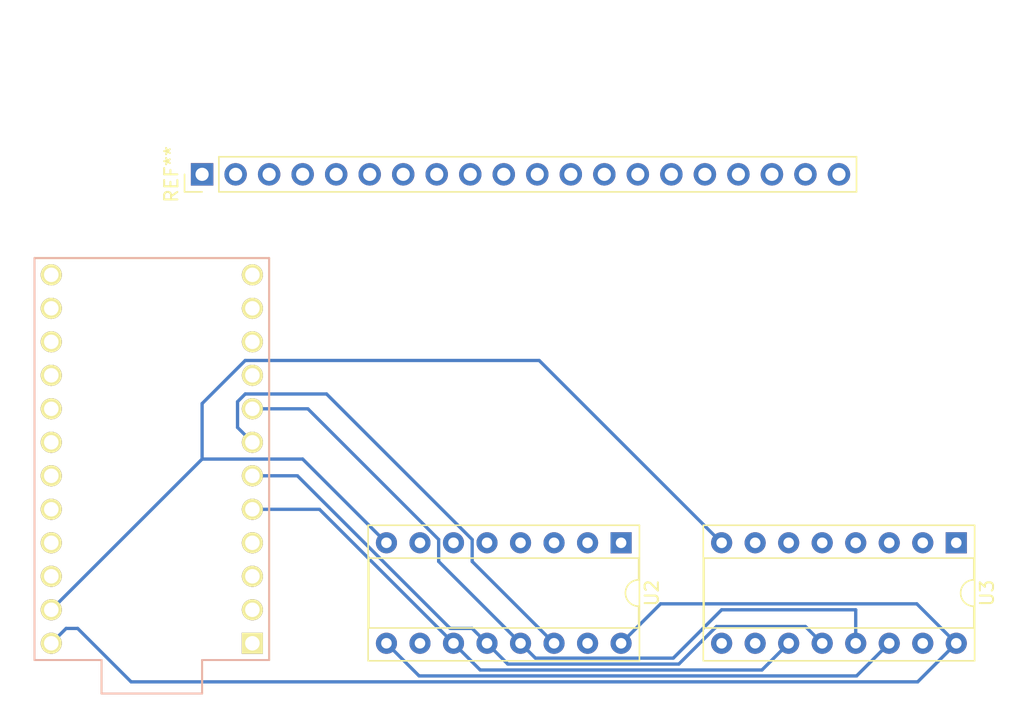
<source format=kicad_pcb>
(kicad_pcb (version 20171130) (host pcbnew "(5.1.9)-1")

  (general
    (thickness 1.6)
    (drawings 4)
    (tracks 48)
    (zones 0)
    (modules 4)
    (nets 45)
  )

  (page A4)
  (layers
    (0 F.Cu signal)
    (31 B.Cu signal)
    (32 B.Adhes user)
    (33 F.Adhes user)
    (34 B.Paste user)
    (35 F.Paste user)
    (36 B.SilkS user)
    (37 F.SilkS user)
    (38 B.Mask user)
    (39 F.Mask user)
    (40 Dwgs.User user)
    (41 Cmts.User user)
    (42 Eco1.User user)
    (43 Eco2.User user)
    (44 Edge.Cuts user)
    (45 Margin user)
    (46 B.CrtYd user)
    (47 F.CrtYd user)
    (48 B.Fab user)
    (49 F.Fab user)
  )

  (setup
    (last_trace_width 0.25)
    (trace_clearance 0.2)
    (zone_clearance 0.508)
    (zone_45_only no)
    (trace_min 0.2)
    (via_size 0.8)
    (via_drill 0.4)
    (via_min_size 0.4)
    (via_min_drill 0.3)
    (uvia_size 0.3)
    (uvia_drill 0.1)
    (uvias_allowed no)
    (uvia_min_size 0.2)
    (uvia_min_drill 0.1)
    (edge_width 0.05)
    (segment_width 0.2)
    (pcb_text_width 0.3)
    (pcb_text_size 1.5 1.5)
    (mod_edge_width 0.12)
    (mod_text_size 1 1)
    (mod_text_width 0.15)
    (pad_size 1.524 1.524)
    (pad_drill 0.762)
    (pad_to_mask_clearance 0)
    (aux_axis_origin 0 0)
    (visible_elements FFFFFF7F)
    (pcbplotparams
      (layerselection 0x010fc_ffffffff)
      (usegerberextensions false)
      (usegerberattributes true)
      (usegerberadvancedattributes true)
      (creategerberjobfile true)
      (excludeedgelayer true)
      (linewidth 0.100000)
      (plotframeref false)
      (viasonmask false)
      (mode 1)
      (useauxorigin false)
      (hpglpennumber 1)
      (hpglpenspeed 20)
      (hpglpendiameter 15.000000)
      (psnegative false)
      (psa4output false)
      (plotreference true)
      (plotvalue true)
      (plotinvisibletext false)
      (padsonsilk false)
      (subtractmaskfromsilk false)
      (outputformat 1)
      (mirror false)
      (drillshape 1)
      (scaleselection 1)
      (outputdirectory ""))
  )

  (net 0 "")
  (net 1 "Net-(D1-Pad4)")
  (net 2 "Net-(D1-Pad3)")
  (net 3 "Net-(D1-Pad2)")
  (net 4 "Net-(D1-Pad1)")
  (net 5 "Net-(D2-Pad3)")
  (net 6 "Net-(D2-Pad2)")
  (net 7 "Net-(D2-Pad1)")
  (net 8 "Net-(D3-Pad3)")
  (net 9 "Net-(D3-Pad2)")
  (net 10 "Net-(D3-Pad1)")
  (net 11 "Net-(D4-Pad3)")
  (net 12 "Net-(D4-Pad2)")
  (net 13 "Net-(D4-Pad1)")
  (net 14 "Net-(D5-Pad3)")
  (net 15 "Net-(D5-Pad2)")
  (net 16 "Net-(D5-Pad1)")
  (net 17 "Net-(U1-Pad24)")
  (net 18 "Net-(U1-Pad22)")
  (net 19 "Net-(U1-Pad21)")
  (net 20 "Net-(U1-Pad20)")
  (net 21 "Net-(U1-Pad19)")
  (net 22 "Net-(U1-Pad18)")
  (net 23 "Net-(U1-Pad17)")
  (net 24 "Net-(U1-Pad16)")
  (net 25 "Net-(U1-Pad15)")
  (net 26 "Net-(U1-Pad14)")
  (net 27 "Net-(U1-Pad13)")
  (net 28 "Net-(U1-Pad12)")
  (net 29 "Net-(U1-Pad11)")
  (net 30 "Net-(U1-Pad10)")
  (net 31 "Net-(U1-Pad9)")
  (net 32 "Net-(U1-Pad8)")
  (net 33 "Net-(U1-Pad7)")
  (net 34 "Net-(U1-Pad6)")
  (net 35 "Net-(U1-Pad5)")
  (net 36 "Net-(U1-Pad4)")
  (net 37 "Net-(U1-Pad3)")
  (net 38 "Net-(U1-Pad2)")
  (net 39 "Net-(U1-Pad1)")
  (net 40 "Net-(U2-Pad10)")
  (net 41 "Net-(U2-Pad9)")
  (net 42 "Net-(U3-Pad7)")
  (net 43 "Net-(U3-Pad10)")
  (net 44 "Net-(U3-Pad9)")

  (net_class Default "This is the default net class."
    (clearance 0.2)
    (trace_width 0.25)
    (via_dia 0.8)
    (via_drill 0.4)
    (uvia_dia 0.3)
    (uvia_drill 0.1)
    (add_net "Net-(D1-Pad1)")
    (add_net "Net-(D1-Pad2)")
    (add_net "Net-(D1-Pad3)")
    (add_net "Net-(D1-Pad4)")
    (add_net "Net-(D2-Pad1)")
    (add_net "Net-(D2-Pad2)")
    (add_net "Net-(D2-Pad3)")
    (add_net "Net-(D3-Pad1)")
    (add_net "Net-(D3-Pad2)")
    (add_net "Net-(D3-Pad3)")
    (add_net "Net-(D4-Pad1)")
    (add_net "Net-(D4-Pad2)")
    (add_net "Net-(D4-Pad3)")
    (add_net "Net-(D5-Pad1)")
    (add_net "Net-(D5-Pad2)")
    (add_net "Net-(D5-Pad3)")
    (add_net "Net-(U1-Pad1)")
    (add_net "Net-(U1-Pad10)")
    (add_net "Net-(U1-Pad11)")
    (add_net "Net-(U1-Pad12)")
    (add_net "Net-(U1-Pad13)")
    (add_net "Net-(U1-Pad14)")
    (add_net "Net-(U1-Pad15)")
    (add_net "Net-(U1-Pad16)")
    (add_net "Net-(U1-Pad17)")
    (add_net "Net-(U1-Pad18)")
    (add_net "Net-(U1-Pad19)")
    (add_net "Net-(U1-Pad2)")
    (add_net "Net-(U1-Pad20)")
    (add_net "Net-(U1-Pad21)")
    (add_net "Net-(U1-Pad22)")
    (add_net "Net-(U1-Pad24)")
    (add_net "Net-(U1-Pad3)")
    (add_net "Net-(U1-Pad4)")
    (add_net "Net-(U1-Pad5)")
    (add_net "Net-(U1-Pad6)")
    (add_net "Net-(U1-Pad7)")
    (add_net "Net-(U1-Pad8)")
    (add_net "Net-(U1-Pad9)")
    (add_net "Net-(U2-Pad10)")
    (add_net "Net-(U2-Pad9)")
    (add_net "Net-(U3-Pad10)")
    (add_net "Net-(U3-Pad7)")
    (add_net "Net-(U3-Pad9)")
  )

  (module Connector_PinHeader_2.54mm:PinHeader_1x20_P2.54mm_Vertical (layer F.Cu) (tedit 59FED5CC) (tstamp 6034AB6E)
    (at 58.42 69.85 90)
    (descr "Through hole straight pin header, 1x20, 2.54mm pitch, single row")
    (tags "Through hole pin header THT 1x20 2.54mm single row")
    (fp_text reference REF** (at 0 -2.33 90) (layer F.SilkS)
      (effects (font (size 1 1) (thickness 0.15)))
    )
    (fp_text value PinHeader_1x20_P2.54mm_Vertical (at 0 50.59 90) (layer F.Fab)
      (effects (font (size 1 1) (thickness 0.15)))
    )
    (fp_text user %R (at 0 24.13) (layer F.Fab)
      (effects (font (size 1 1) (thickness 0.15)))
    )
    (fp_line (start -0.635 -1.27) (end 1.27 -1.27) (layer F.Fab) (width 0.1))
    (fp_line (start 1.27 -1.27) (end 1.27 49.53) (layer F.Fab) (width 0.1))
    (fp_line (start 1.27 49.53) (end -1.27 49.53) (layer F.Fab) (width 0.1))
    (fp_line (start -1.27 49.53) (end -1.27 -0.635) (layer F.Fab) (width 0.1))
    (fp_line (start -1.27 -0.635) (end -0.635 -1.27) (layer F.Fab) (width 0.1))
    (fp_line (start -1.33 49.59) (end 1.33 49.59) (layer F.SilkS) (width 0.12))
    (fp_line (start -1.33 1.27) (end -1.33 49.59) (layer F.SilkS) (width 0.12))
    (fp_line (start 1.33 1.27) (end 1.33 49.59) (layer F.SilkS) (width 0.12))
    (fp_line (start -1.33 1.27) (end 1.33 1.27) (layer F.SilkS) (width 0.12))
    (fp_line (start -1.33 0) (end -1.33 -1.33) (layer F.SilkS) (width 0.12))
    (fp_line (start -1.33 -1.33) (end 0 -1.33) (layer F.SilkS) (width 0.12))
    (fp_line (start -1.8 -1.8) (end -1.8 50.05) (layer F.CrtYd) (width 0.05))
    (fp_line (start -1.8 50.05) (end 1.8 50.05) (layer F.CrtYd) (width 0.05))
    (fp_line (start 1.8 50.05) (end 1.8 -1.8) (layer F.CrtYd) (width 0.05))
    (fp_line (start 1.8 -1.8) (end -1.8 -1.8) (layer F.CrtYd) (width 0.05))
    (pad 20 thru_hole oval (at 0 48.26 90) (size 1.7 1.7) (drill 1) (layers *.Cu *.Mask))
    (pad 19 thru_hole oval (at 0 45.72 90) (size 1.7 1.7) (drill 1) (layers *.Cu *.Mask))
    (pad 18 thru_hole oval (at 0 43.18 90) (size 1.7 1.7) (drill 1) (layers *.Cu *.Mask))
    (pad 17 thru_hole oval (at 0 40.64 90) (size 1.7 1.7) (drill 1) (layers *.Cu *.Mask))
    (pad 16 thru_hole oval (at 0 38.1 90) (size 1.7 1.7) (drill 1) (layers *.Cu *.Mask))
    (pad 15 thru_hole oval (at 0 35.56 90) (size 1.7 1.7) (drill 1) (layers *.Cu *.Mask))
    (pad 14 thru_hole oval (at 0 33.02 90) (size 1.7 1.7) (drill 1) (layers *.Cu *.Mask))
    (pad 13 thru_hole oval (at 0 30.48 90) (size 1.7 1.7) (drill 1) (layers *.Cu *.Mask))
    (pad 12 thru_hole oval (at 0 27.94 90) (size 1.7 1.7) (drill 1) (layers *.Cu *.Mask))
    (pad 11 thru_hole oval (at 0 25.4 90) (size 1.7 1.7) (drill 1) (layers *.Cu *.Mask))
    (pad 10 thru_hole oval (at 0 22.86 90) (size 1.7 1.7) (drill 1) (layers *.Cu *.Mask))
    (pad 9 thru_hole oval (at 0 20.32 90) (size 1.7 1.7) (drill 1) (layers *.Cu *.Mask))
    (pad 8 thru_hole oval (at 0 17.78 90) (size 1.7 1.7) (drill 1) (layers *.Cu *.Mask))
    (pad 7 thru_hole oval (at 0 15.24 90) (size 1.7 1.7) (drill 1) (layers *.Cu *.Mask))
    (pad 6 thru_hole oval (at 0 12.7 90) (size 1.7 1.7) (drill 1) (layers *.Cu *.Mask))
    (pad 5 thru_hole oval (at 0 10.16 90) (size 1.7 1.7) (drill 1) (layers *.Cu *.Mask))
    (pad 4 thru_hole oval (at 0 7.62 90) (size 1.7 1.7) (drill 1) (layers *.Cu *.Mask))
    (pad 3 thru_hole oval (at 0 5.08 90) (size 1.7 1.7) (drill 1) (layers *.Cu *.Mask))
    (pad 2 thru_hole oval (at 0 2.54 90) (size 1.7 1.7) (drill 1) (layers *.Cu *.Mask))
    (pad 1 thru_hole rect (at 0 0 90) (size 1.7 1.7) (drill 1) (layers *.Cu *.Mask))
    (model ${KISYS3DMOD}/Connector_PinHeader_2.54mm.3dshapes/PinHeader_1x20_P2.54mm_Vertical.wrl
      (at (xyz 0 0 0))
      (scale (xyz 1 1 1))
      (rotate (xyz 0 0 0))
    )
  )

  (module ProMicro:ProMicro (layer F.Cu) (tedit 5A06A962) (tstamp 603445C8)
    (at 54.61 91.44 90)
    (descr "Pro Micro footprint")
    (tags "promicro ProMicro")
    (path /6033E599)
    (fp_text reference U1 (at 0 -10.16 90) (layer F.SilkS) hide
      (effects (font (size 1 1) (thickness 0.15)))
    )
    (fp_text value ProMicro (at 0 10.16 90) (layer F.Fab)
      (effects (font (size 1 1) (thickness 0.15)))
    )
    (fp_line (start 15.24 -8.89) (end 15.24 8.89) (layer B.SilkS) (width 0.15))
    (fp_line (start 15.24 8.89) (end -15.24 8.89) (layer B.SilkS) (width 0.15))
    (fp_line (start -15.24 8.89) (end -15.24 3.81) (layer B.SilkS) (width 0.15))
    (fp_line (start -15.24 3.81) (end -17.78 3.81) (layer B.SilkS) (width 0.15))
    (fp_line (start -17.78 3.81) (end -17.78 -3.81) (layer B.SilkS) (width 0.15))
    (fp_line (start -17.78 -3.81) (end -15.24 -3.81) (layer B.SilkS) (width 0.15))
    (fp_line (start -15.24 -3.81) (end -15.24 -8.89) (layer B.SilkS) (width 0.15))
    (fp_line (start -15.24 -8.89) (end 15.24 -8.89) (layer B.SilkS) (width 0.15))
    (fp_line (start -15.24 8.89) (end 15.24 8.89) (layer F.SilkS) (width 0.15))
    (fp_line (start -15.24 8.89) (end -15.24 3.81) (layer F.SilkS) (width 0.15))
    (fp_line (start -15.24 3.81) (end -17.78 3.81) (layer F.SilkS) (width 0.15))
    (fp_line (start -17.78 3.81) (end -17.78 -3.81) (layer F.SilkS) (width 0.15))
    (fp_line (start -17.78 -3.81) (end -15.24 -3.81) (layer F.SilkS) (width 0.15))
    (fp_line (start -15.24 -3.81) (end -15.24 -8.89) (layer F.SilkS) (width 0.15))
    (fp_line (start -15.24 -8.89) (end 15.24 -8.89) (layer F.SilkS) (width 0.15))
    (fp_line (start 15.24 -8.89) (end 15.24 8.89) (layer F.SilkS) (width 0.15))
    (pad 24 thru_hole circle (at -13.97 -7.62 90) (size 1.6 1.6) (drill 1.1) (layers *.Cu *.Mask F.SilkS)
      (net 17 "Net-(U1-Pad24)"))
    (pad 23 thru_hole circle (at -11.43 -7.62 90) (size 1.6 1.6) (drill 1.1) (layers *.Cu *.Mask F.SilkS)
      (net 1 "Net-(D1-Pad4)"))
    (pad 22 thru_hole circle (at -8.89 -7.62 90) (size 1.6 1.6) (drill 1.1) (layers *.Cu *.Mask F.SilkS)
      (net 18 "Net-(U1-Pad22)"))
    (pad 21 thru_hole circle (at -6.35 -7.62 90) (size 1.6 1.6) (drill 1.1) (layers *.Cu *.Mask F.SilkS)
      (net 19 "Net-(U1-Pad21)"))
    (pad 20 thru_hole circle (at -3.81 -7.62 90) (size 1.6 1.6) (drill 1.1) (layers *.Cu *.Mask F.SilkS)
      (net 20 "Net-(U1-Pad20)"))
    (pad 19 thru_hole circle (at -1.27 -7.62 90) (size 1.6 1.6) (drill 1.1) (layers *.Cu *.Mask F.SilkS)
      (net 21 "Net-(U1-Pad19)"))
    (pad 18 thru_hole circle (at 1.27 -7.62 90) (size 1.6 1.6) (drill 1.1) (layers *.Cu *.Mask F.SilkS)
      (net 22 "Net-(U1-Pad18)"))
    (pad 17 thru_hole circle (at 3.81 -7.62 90) (size 1.6 1.6) (drill 1.1) (layers *.Cu *.Mask F.SilkS)
      (net 23 "Net-(U1-Pad17)"))
    (pad 16 thru_hole circle (at 6.35 -7.62 90) (size 1.6 1.6) (drill 1.1) (layers *.Cu *.Mask F.SilkS)
      (net 24 "Net-(U1-Pad16)"))
    (pad 15 thru_hole circle (at 8.89 -7.62 90) (size 1.6 1.6) (drill 1.1) (layers *.Cu *.Mask F.SilkS)
      (net 25 "Net-(U1-Pad15)"))
    (pad 14 thru_hole circle (at 11.43 -7.62 90) (size 1.6 1.6) (drill 1.1) (layers *.Cu *.Mask F.SilkS)
      (net 26 "Net-(U1-Pad14)"))
    (pad 13 thru_hole circle (at 13.97 -7.62 90) (size 1.6 1.6) (drill 1.1) (layers *.Cu *.Mask F.SilkS)
      (net 27 "Net-(U1-Pad13)"))
    (pad 12 thru_hole circle (at 13.97 7.62 90) (size 1.6 1.6) (drill 1.1) (layers *.Cu *.Mask F.SilkS)
      (net 28 "Net-(U1-Pad12)"))
    (pad 11 thru_hole circle (at 11.43 7.62 90) (size 1.6 1.6) (drill 1.1) (layers *.Cu *.Mask F.SilkS)
      (net 29 "Net-(U1-Pad11)"))
    (pad 10 thru_hole circle (at 8.89 7.62 90) (size 1.6 1.6) (drill 1.1) (layers *.Cu *.Mask F.SilkS)
      (net 30 "Net-(U1-Pad10)"))
    (pad 9 thru_hole circle (at 6.35 7.62 90) (size 1.6 1.6) (drill 1.1) (layers *.Cu *.Mask F.SilkS)
      (net 31 "Net-(U1-Pad9)"))
    (pad 8 thru_hole circle (at 3.81 7.62 90) (size 1.6 1.6) (drill 1.1) (layers *.Cu *.Mask F.SilkS)
      (net 32 "Net-(U1-Pad8)"))
    (pad 7 thru_hole circle (at 1.27 7.62 90) (size 1.6 1.6) (drill 1.1) (layers *.Cu *.Mask F.SilkS)
      (net 33 "Net-(U1-Pad7)"))
    (pad 6 thru_hole circle (at -1.27 7.62 90) (size 1.6 1.6) (drill 1.1) (layers *.Cu *.Mask F.SilkS)
      (net 34 "Net-(U1-Pad6)"))
    (pad 5 thru_hole circle (at -3.81 7.62 90) (size 1.6 1.6) (drill 1.1) (layers *.Cu *.Mask F.SilkS)
      (net 35 "Net-(U1-Pad5)"))
    (pad 4 thru_hole circle (at -6.35 7.62 90) (size 1.6 1.6) (drill 1.1) (layers *.Cu *.Mask F.SilkS)
      (net 36 "Net-(U1-Pad4)"))
    (pad 3 thru_hole circle (at -8.89 7.62 90) (size 1.6 1.6) (drill 1.1) (layers *.Cu *.Mask F.SilkS)
      (net 37 "Net-(U1-Pad3)"))
    (pad 2 thru_hole circle (at -11.43 7.62 90) (size 1.6 1.6) (drill 1.1) (layers *.Cu *.Mask F.SilkS)
      (net 38 "Net-(U1-Pad2)"))
    (pad 1 thru_hole rect (at -13.97 7.62 90) (size 1.6 1.6) (drill 1.1) (layers *.Cu *.Mask F.SilkS)
      (net 39 "Net-(U1-Pad1)"))
  )

  (module Package_DIP:DIP-16_W7.62mm_Socket (layer F.Cu) (tedit 5A02E8C5) (tstamp 60344620)
    (at 115.57 97.79 270)
    (descr "16-lead though-hole mounted DIP package, row spacing 7.62 mm (300 mils), Socket")
    (tags "THT DIP DIL PDIP 2.54mm 7.62mm 300mil Socket")
    (path /6033F699)
    (fp_text reference U3 (at 3.81 -2.33 90) (layer F.SilkS)
      (effects (font (size 1 1) (thickness 0.15)))
    )
    (fp_text value 74HC595 (at 3.81 20.11 90) (layer F.Fab)
      (effects (font (size 1 1) (thickness 0.15)))
    )
    (fp_text user %R (at 3.81 8.89 90) (layer F.Fab)
      (effects (font (size 1 1) (thickness 0.15)))
    )
    (fp_arc (start 3.81 -1.33) (end 2.81 -1.33) (angle -180) (layer F.SilkS) (width 0.12))
    (fp_line (start 1.635 -1.27) (end 6.985 -1.27) (layer F.Fab) (width 0.1))
    (fp_line (start 6.985 -1.27) (end 6.985 19.05) (layer F.Fab) (width 0.1))
    (fp_line (start 6.985 19.05) (end 0.635 19.05) (layer F.Fab) (width 0.1))
    (fp_line (start 0.635 19.05) (end 0.635 -0.27) (layer F.Fab) (width 0.1))
    (fp_line (start 0.635 -0.27) (end 1.635 -1.27) (layer F.Fab) (width 0.1))
    (fp_line (start -1.27 -1.33) (end -1.27 19.11) (layer F.Fab) (width 0.1))
    (fp_line (start -1.27 19.11) (end 8.89 19.11) (layer F.Fab) (width 0.1))
    (fp_line (start 8.89 19.11) (end 8.89 -1.33) (layer F.Fab) (width 0.1))
    (fp_line (start 8.89 -1.33) (end -1.27 -1.33) (layer F.Fab) (width 0.1))
    (fp_line (start 2.81 -1.33) (end 1.16 -1.33) (layer F.SilkS) (width 0.12))
    (fp_line (start 1.16 -1.33) (end 1.16 19.11) (layer F.SilkS) (width 0.12))
    (fp_line (start 1.16 19.11) (end 6.46 19.11) (layer F.SilkS) (width 0.12))
    (fp_line (start 6.46 19.11) (end 6.46 -1.33) (layer F.SilkS) (width 0.12))
    (fp_line (start 6.46 -1.33) (end 4.81 -1.33) (layer F.SilkS) (width 0.12))
    (fp_line (start -1.33 -1.39) (end -1.33 19.17) (layer F.SilkS) (width 0.12))
    (fp_line (start -1.33 19.17) (end 8.95 19.17) (layer F.SilkS) (width 0.12))
    (fp_line (start 8.95 19.17) (end 8.95 -1.39) (layer F.SilkS) (width 0.12))
    (fp_line (start 8.95 -1.39) (end -1.33 -1.39) (layer F.SilkS) (width 0.12))
    (fp_line (start -1.55 -1.6) (end -1.55 19.4) (layer F.CrtYd) (width 0.05))
    (fp_line (start -1.55 19.4) (end 9.15 19.4) (layer F.CrtYd) (width 0.05))
    (fp_line (start 9.15 19.4) (end 9.15 -1.6) (layer F.CrtYd) (width 0.05))
    (fp_line (start 9.15 -1.6) (end -1.55 -1.6) (layer F.CrtYd) (width 0.05))
    (pad 16 thru_hole oval (at 7.62 0 270) (size 1.6 1.6) (drill 0.8) (layers *.Cu *.Mask)
      (net 17 "Net-(U1-Pad24)"))
    (pad 8 thru_hole oval (at 0 17.78 270) (size 1.6 1.6) (drill 0.8) (layers *.Cu *.Mask)
      (net 1 "Net-(D1-Pad4)"))
    (pad 15 thru_hole oval (at 7.62 2.54 270) (size 1.6 1.6) (drill 0.8) (layers *.Cu *.Mask)
      (net 10 "Net-(D3-Pad1)"))
    (pad 7 thru_hole oval (at 0 15.24 270) (size 1.6 1.6) (drill 0.8) (layers *.Cu *.Mask)
      (net 42 "Net-(U3-Pad7)"))
    (pad 14 thru_hole oval (at 7.62 5.08 270) (size 1.6 1.6) (drill 0.8) (layers *.Cu *.Mask)
      (net 41 "Net-(U2-Pad9)"))
    (pad 6 thru_hole oval (at 0 12.7 270) (size 1.6 1.6) (drill 0.8) (layers *.Cu *.Mask)
      (net 16 "Net-(D5-Pad1)"))
    (pad 13 thru_hole oval (at 7.62 7.62 270) (size 1.6 1.6) (drill 0.8) (layers *.Cu *.Mask)
      (net 32 "Net-(U1-Pad8)"))
    (pad 5 thru_hole oval (at 0 10.16 270) (size 1.6 1.6) (drill 0.8) (layers *.Cu *.Mask)
      (net 15 "Net-(D5-Pad2)"))
    (pad 12 thru_hole oval (at 7.62 10.16 270) (size 1.6 1.6) (drill 0.8) (layers *.Cu *.Mask)
      (net 34 "Net-(U1-Pad6)"))
    (pad 4 thru_hole oval (at 0 7.62 270) (size 1.6 1.6) (drill 0.8) (layers *.Cu *.Mask)
      (net 14 "Net-(D5-Pad3)"))
    (pad 11 thru_hole oval (at 7.62 12.7 270) (size 1.6 1.6) (drill 0.8) (layers *.Cu *.Mask)
      (net 35 "Net-(U1-Pad5)"))
    (pad 3 thru_hole oval (at 0 5.08 270) (size 1.6 1.6) (drill 0.8) (layers *.Cu *.Mask)
      (net 13 "Net-(D4-Pad1)"))
    (pad 10 thru_hole oval (at 7.62 15.24 270) (size 1.6 1.6) (drill 0.8) (layers *.Cu *.Mask)
      (net 43 "Net-(U3-Pad10)"))
    (pad 2 thru_hole oval (at 0 2.54 270) (size 1.6 1.6) (drill 0.8) (layers *.Cu *.Mask)
      (net 12 "Net-(D4-Pad2)"))
    (pad 9 thru_hole oval (at 7.62 17.78 270) (size 1.6 1.6) (drill 0.8) (layers *.Cu *.Mask)
      (net 44 "Net-(U3-Pad9)"))
    (pad 1 thru_hole rect (at 0 0 270) (size 1.6 1.6) (drill 0.8) (layers *.Cu *.Mask)
      (net 11 "Net-(D4-Pad3)"))
    (model ${KISYS3DMOD}/Package_DIP.3dshapes/DIP-16_W7.62mm_Socket.wrl
      (at (xyz 0 0 0))
      (scale (xyz 1 1 1))
      (rotate (xyz 0 0 0))
    )
  )

  (module Package_DIP:DIP-16_W7.62mm_Socket (layer F.Cu) (tedit 5A02E8C5) (tstamp 603445F4)
    (at 90.17 97.79 270)
    (descr "16-lead though-hole mounted DIP package, row spacing 7.62 mm (300 mils), Socket")
    (tags "THT DIP DIL PDIP 2.54mm 7.62mm 300mil Socket")
    (path /6033F1E9)
    (fp_text reference U2 (at 3.81 -2.33 90) (layer F.SilkS)
      (effects (font (size 1 1) (thickness 0.15)))
    )
    (fp_text value 74HC595 (at 3.81 20.11 90) (layer F.Fab)
      (effects (font (size 1 1) (thickness 0.15)))
    )
    (fp_text user %R (at 3.81 8.89 90) (layer F.Fab)
      (effects (font (size 1 1) (thickness 0.15)))
    )
    (fp_arc (start 3.81 -1.33) (end 2.81 -1.33) (angle -180) (layer F.SilkS) (width 0.12))
    (fp_line (start 1.635 -1.27) (end 6.985 -1.27) (layer F.Fab) (width 0.1))
    (fp_line (start 6.985 -1.27) (end 6.985 19.05) (layer F.Fab) (width 0.1))
    (fp_line (start 6.985 19.05) (end 0.635 19.05) (layer F.Fab) (width 0.1))
    (fp_line (start 0.635 19.05) (end 0.635 -0.27) (layer F.Fab) (width 0.1))
    (fp_line (start 0.635 -0.27) (end 1.635 -1.27) (layer F.Fab) (width 0.1))
    (fp_line (start -1.27 -1.33) (end -1.27 19.11) (layer F.Fab) (width 0.1))
    (fp_line (start -1.27 19.11) (end 8.89 19.11) (layer F.Fab) (width 0.1))
    (fp_line (start 8.89 19.11) (end 8.89 -1.33) (layer F.Fab) (width 0.1))
    (fp_line (start 8.89 -1.33) (end -1.27 -1.33) (layer F.Fab) (width 0.1))
    (fp_line (start 2.81 -1.33) (end 1.16 -1.33) (layer F.SilkS) (width 0.12))
    (fp_line (start 1.16 -1.33) (end 1.16 19.11) (layer F.SilkS) (width 0.12))
    (fp_line (start 1.16 19.11) (end 6.46 19.11) (layer F.SilkS) (width 0.12))
    (fp_line (start 6.46 19.11) (end 6.46 -1.33) (layer F.SilkS) (width 0.12))
    (fp_line (start 6.46 -1.33) (end 4.81 -1.33) (layer F.SilkS) (width 0.12))
    (fp_line (start -1.33 -1.39) (end -1.33 19.17) (layer F.SilkS) (width 0.12))
    (fp_line (start -1.33 19.17) (end 8.95 19.17) (layer F.SilkS) (width 0.12))
    (fp_line (start 8.95 19.17) (end 8.95 -1.39) (layer F.SilkS) (width 0.12))
    (fp_line (start 8.95 -1.39) (end -1.33 -1.39) (layer F.SilkS) (width 0.12))
    (fp_line (start -1.55 -1.6) (end -1.55 19.4) (layer F.CrtYd) (width 0.05))
    (fp_line (start -1.55 19.4) (end 9.15 19.4) (layer F.CrtYd) (width 0.05))
    (fp_line (start 9.15 19.4) (end 9.15 -1.6) (layer F.CrtYd) (width 0.05))
    (fp_line (start 9.15 -1.6) (end -1.55 -1.6) (layer F.CrtYd) (width 0.05))
    (pad 16 thru_hole oval (at 7.62 0 270) (size 1.6 1.6) (drill 0.8) (layers *.Cu *.Mask)
      (net 17 "Net-(U1-Pad24)"))
    (pad 8 thru_hole oval (at 0 17.78 270) (size 1.6 1.6) (drill 0.8) (layers *.Cu *.Mask)
      (net 1 "Net-(D1-Pad4)"))
    (pad 15 thru_hole oval (at 7.62 2.54 270) (size 1.6 1.6) (drill 0.8) (layers *.Cu *.Mask)
      (net 2 "Net-(D1-Pad3)"))
    (pad 7 thru_hole oval (at 0 15.24 270) (size 1.6 1.6) (drill 0.8) (layers *.Cu *.Mask)
      (net 9 "Net-(D3-Pad2)"))
    (pad 14 thru_hole oval (at 7.62 5.08 270) (size 1.6 1.6) (drill 0.8) (layers *.Cu *.Mask)
      (net 33 "Net-(U1-Pad7)"))
    (pad 6 thru_hole oval (at 0 12.7 270) (size 1.6 1.6) (drill 0.8) (layers *.Cu *.Mask)
      (net 8 "Net-(D3-Pad3)"))
    (pad 13 thru_hole oval (at 7.62 7.62 270) (size 1.6 1.6) (drill 0.8) (layers *.Cu *.Mask)
      (net 32 "Net-(U1-Pad8)"))
    (pad 5 thru_hole oval (at 0 10.16 270) (size 1.6 1.6) (drill 0.8) (layers *.Cu *.Mask)
      (net 7 "Net-(D2-Pad1)"))
    (pad 12 thru_hole oval (at 7.62 10.16 270) (size 1.6 1.6) (drill 0.8) (layers *.Cu *.Mask)
      (net 34 "Net-(U1-Pad6)"))
    (pad 4 thru_hole oval (at 0 7.62 270) (size 1.6 1.6) (drill 0.8) (layers *.Cu *.Mask)
      (net 6 "Net-(D2-Pad2)"))
    (pad 11 thru_hole oval (at 7.62 12.7 270) (size 1.6 1.6) (drill 0.8) (layers *.Cu *.Mask)
      (net 35 "Net-(U1-Pad5)"))
    (pad 3 thru_hole oval (at 0 5.08 270) (size 1.6 1.6) (drill 0.8) (layers *.Cu *.Mask)
      (net 5 "Net-(D2-Pad3)"))
    (pad 10 thru_hole oval (at 7.62 15.24 270) (size 1.6 1.6) (drill 0.8) (layers *.Cu *.Mask)
      (net 40 "Net-(U2-Pad10)"))
    (pad 2 thru_hole oval (at 0 2.54 270) (size 1.6 1.6) (drill 0.8) (layers *.Cu *.Mask)
      (net 4 "Net-(D1-Pad1)"))
    (pad 9 thru_hole oval (at 7.62 17.78 270) (size 1.6 1.6) (drill 0.8) (layers *.Cu *.Mask)
      (net 41 "Net-(U2-Pad9)"))
    (pad 1 thru_hole rect (at 0 0 270) (size 1.6 1.6) (drill 0.8) (layers *.Cu *.Mask)
      (net 3 "Net-(D1-Pad2)"))
    (model ${KISYS3DMOD}/Package_DIP.3dshapes/DIP-16_W7.62mm_Socket.wrl
      (at (xyz 0 0 0))
      (scale (xyz 1 1 1))
      (rotate (xyz 0 0 0))
    )
  )

  (gr_line (start 120.65 64.77) (end 43.18 64.77) (layer Dwgs.User) (width 0.15))
  (gr_line (start 120.65 111.76) (end 120.65 64.77) (layer Dwgs.User) (width 0.15))
  (gr_line (start 43.18 111.76) (end 120.65 111.76) (layer Dwgs.User) (width 0.15))
  (gr_line (start 43.18 64.77) (end 43.18 111.76) (layer Dwgs.User) (width 0.15))

  (segment (start 46.99 102.87) (end 58.42 91.44) (width 0.25) (layer B.Cu) (net 1))
  (segment (start 66.04 91.44) (end 72.39 97.79) (width 0.25) (layer B.Cu) (net 1))
  (segment (start 58.42 91.44) (end 66.04 91.44) (width 0.25) (layer B.Cu) (net 1))
  (segment (start 83.964999 83.964999) (end 97.79 97.79) (width 0.25) (layer B.Cu) (net 1))
  (segment (start 58.42 87.234998) (end 61.689999 83.964999) (width 0.25) (layer B.Cu) (net 1))
  (segment (start 61.689999 83.964999) (end 83.964999 83.964999) (width 0.25) (layer B.Cu) (net 1))
  (segment (start 58.42 91.44) (end 58.42 87.234998) (width 0.25) (layer B.Cu) (net 1))
  (segment (start 112.57999 102.41999) (end 115.57 105.41) (width 0.25) (layer B.Cu) (net 17))
  (segment (start 93.16001 102.41999) (end 112.57999 102.41999) (width 0.25) (layer B.Cu) (net 17))
  (segment (start 90.17 105.41) (end 93.16001 102.41999) (width 0.25) (layer B.Cu) (net 17))
  (segment (start 112.644962 108.335038) (end 115.57 105.41) (width 0.25) (layer B.Cu) (net 17))
  (segment (start 53.040038 108.335038) (end 112.644962 108.335038) (width 0.25) (layer B.Cu) (net 17))
  (segment (start 48.115001 104.284999) (end 48.989999 104.284999) (width 0.25) (layer B.Cu) (net 17))
  (segment (start 48.989999 104.284999) (end 53.040038 108.335038) (width 0.25) (layer B.Cu) (net 17))
  (segment (start 46.99 105.41) (end 48.115001 104.284999) (width 0.25) (layer B.Cu) (net 17))
  (segment (start 83.675001 106.535001) (end 94.124999 106.535001) (width 0.25) (layer B.Cu) (net 32))
  (segment (start 82.55 105.41) (end 83.675001 106.535001) (width 0.25) (layer B.Cu) (net 32))
  (segment (start 94.124999 106.535001) (end 97.79 102.87) (width 0.25) (layer B.Cu) (net 32))
  (segment (start 97.79 102.87) (end 107.95 102.87) (width 0.25) (layer B.Cu) (net 32))
  (segment (start 107.95 102.87) (end 107.95 105.41) (width 0.25) (layer B.Cu) (net 32))
  (segment (start 76.344999 99.204999) (end 82.55 105.41) (width 0.25) (layer B.Cu) (net 32))
  (segment (start 76.344999 97.539997) (end 76.344999 99.204999) (width 0.25) (layer B.Cu) (net 32))
  (segment (start 66.435002 87.63) (end 76.344999 97.539997) (width 0.25) (layer B.Cu) (net 32))
  (segment (start 62.23 87.63) (end 66.435002 87.63) (width 0.25) (layer B.Cu) (net 32))
  (segment (start 78.884999 97.539997) (end 78.884999 99.204999) (width 0.25) (layer B.Cu) (net 33))
  (segment (start 67.850001 86.504999) (end 78.884999 97.539997) (width 0.25) (layer B.Cu) (net 33))
  (segment (start 61.689999 86.504999) (end 67.850001 86.504999) (width 0.25) (layer B.Cu) (net 33))
  (segment (start 61.104999 87.089999) (end 61.689999 86.504999) (width 0.25) (layer B.Cu) (net 33))
  (segment (start 61.104999 89.044999) (end 61.104999 87.089999) (width 0.25) (layer B.Cu) (net 33))
  (segment (start 78.884999 99.204999) (end 85.09 105.41) (width 0.25) (layer B.Cu) (net 33))
  (segment (start 62.23 90.17) (end 61.104999 89.044999) (width 0.25) (layer B.Cu) (net 33))
  (segment (start 94.549988 106.98501) (end 97.394998 104.14) (width 0.25) (layer B.Cu) (net 34))
  (segment (start 81.58501 106.98501) (end 94.549988 106.98501) (width 0.25) (layer B.Cu) (net 34))
  (segment (start 80.01 105.41) (end 81.58501 106.98501) (width 0.25) (layer B.Cu) (net 34))
  (segment (start 104.14 104.14) (end 105.41 105.41) (width 0.25) (layer B.Cu) (net 34))
  (segment (start 97.394998 104.14) (end 104.14 104.14) (width 0.25) (layer B.Cu) (net 34))
  (segment (start 78.884999 104.284999) (end 80.01 105.41) (width 0.25) (layer B.Cu) (net 34))
  (segment (start 77.219997 104.284999) (end 78.884999 104.284999) (width 0.25) (layer B.Cu) (net 34))
  (segment (start 65.644998 92.71) (end 77.219997 104.284999) (width 0.25) (layer B.Cu) (net 34))
  (segment (start 62.23 92.71) (end 65.644998 92.71) (width 0.25) (layer B.Cu) (net 34))
  (segment (start 100.84498 107.43502) (end 102.87 105.41) (width 0.25) (layer B.Cu) (net 35))
  (segment (start 79.49502 107.43502) (end 100.84498 107.43502) (width 0.25) (layer B.Cu) (net 35))
  (segment (start 77.47 105.41) (end 79.49502 107.43502) (width 0.25) (layer B.Cu) (net 35))
  (segment (start 67.31 95.25) (end 77.47 105.41) (width 0.25) (layer B.Cu) (net 35))
  (segment (start 62.23 95.25) (end 67.31 95.25) (width 0.25) (layer B.Cu) (net 35))
  (segment (start 108.014971 107.885029) (end 110.49 105.41) (width 0.25) (layer B.Cu) (net 41))
  (segment (start 74.865029 107.885029) (end 108.014971 107.885029) (width 0.25) (layer B.Cu) (net 41))
  (segment (start 72.39 105.41) (end 74.865029 107.885029) (width 0.25) (layer B.Cu) (net 41))

)

</source>
